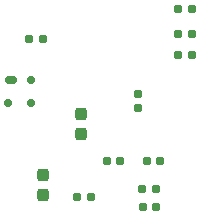
<source format=gbr>
%TF.GenerationSoftware,KiCad,Pcbnew,8.0.3*%
%TF.CreationDate,2024-07-22T14:40:56-07:00*%
%TF.ProjectId,USB_SPII2CK,5553425f-5350-4494-9932-434b2e6b6963,rev?*%
%TF.SameCoordinates,Original*%
%TF.FileFunction,Paste,Bot*%
%TF.FilePolarity,Positive*%
%FSLAX46Y46*%
G04 Gerber Fmt 4.6, Leading zero omitted, Abs format (unit mm)*
G04 Created by KiCad (PCBNEW 8.0.3) date 2024-07-22 14:40:56*
%MOMM*%
%LPD*%
G01*
G04 APERTURE LIST*
G04 Aperture macros list*
%AMRoundRect*
0 Rectangle with rounded corners*
0 $1 Rounding radius*
0 $2 $3 $4 $5 $6 $7 $8 $9 X,Y pos of 4 corners*
0 Add a 4 corners polygon primitive as box body*
4,1,4,$2,$3,$4,$5,$6,$7,$8,$9,$2,$3,0*
0 Add four circle primitives for the rounded corners*
1,1,$1+$1,$2,$3*
1,1,$1+$1,$4,$5*
1,1,$1+$1,$6,$7*
1,1,$1+$1,$8,$9*
0 Add four rect primitives between the rounded corners*
20,1,$1+$1,$2,$3,$4,$5,0*
20,1,$1+$1,$4,$5,$6,$7,0*
20,1,$1+$1,$6,$7,$8,$9,0*
20,1,$1+$1,$8,$9,$2,$3,0*%
G04 Aperture macros list end*
%ADD10RoundRect,0.155000X0.212500X0.155000X-0.212500X0.155000X-0.212500X-0.155000X0.212500X-0.155000X0*%
%ADD11RoundRect,0.160000X0.197500X0.160000X-0.197500X0.160000X-0.197500X-0.160000X0.197500X-0.160000X0*%
%ADD12RoundRect,0.155000X-0.212500X-0.155000X0.212500X-0.155000X0.212500X0.155000X-0.212500X0.155000X0*%
%ADD13RoundRect,0.237500X-0.237500X0.300000X-0.237500X-0.300000X0.237500X-0.300000X0.237500X0.300000X0*%
%ADD14RoundRect,0.155000X-0.155000X0.212500X-0.155000X-0.212500X0.155000X-0.212500X0.155000X0.212500X0*%
%ADD15RoundRect,0.175000X-0.325000X0.175000X-0.325000X-0.175000X0.325000X-0.175000X0.325000X0.175000X0*%
%ADD16RoundRect,0.150000X-0.150000X0.200000X-0.150000X-0.200000X0.150000X-0.200000X0.150000X0.200000X0*%
G04 APERTURE END LIST*
D10*
%TO.C,C9*%
X141635000Y-105800000D03*
X140500000Y-105800000D03*
%TD*%
%TO.C,C8*%
X136135000Y-106400000D03*
X135000000Y-106400000D03*
%TD*%
%TO.C,C1*%
X141667500Y-107300000D03*
X140532500Y-107300000D03*
%TD*%
D11*
%TO.C,R8*%
X144695000Y-92600000D03*
X143500000Y-92600000D03*
%TD*%
D10*
%TO.C,C14*%
X142000000Y-103400000D03*
X140865000Y-103400000D03*
%TD*%
D12*
%TO.C,C12*%
X130932500Y-93100000D03*
X132067500Y-93100000D03*
%TD*%
D13*
%TO.C,FB1*%
X132100000Y-104537500D03*
X132100000Y-106262500D03*
%TD*%
D14*
%TO.C,C3*%
X140100000Y-97732500D03*
X140100000Y-98867500D03*
%TD*%
D10*
%TO.C,C13*%
X138635000Y-103400000D03*
X137500000Y-103400000D03*
%TD*%
D15*
%TO.C,D1*%
X129350000Y-96500000D03*
D16*
X131050000Y-96500000D03*
X131050000Y-98500000D03*
X129150000Y-98500000D03*
%TD*%
D13*
%TO.C,FB2*%
X135300000Y-99375000D03*
X135300000Y-101100000D03*
%TD*%
D11*
%TO.C,R9*%
X144695000Y-90500000D03*
X143500000Y-90500000D03*
%TD*%
%TO.C,R7*%
X144695000Y-94400000D03*
X143500000Y-94400000D03*
%TD*%
M02*

</source>
